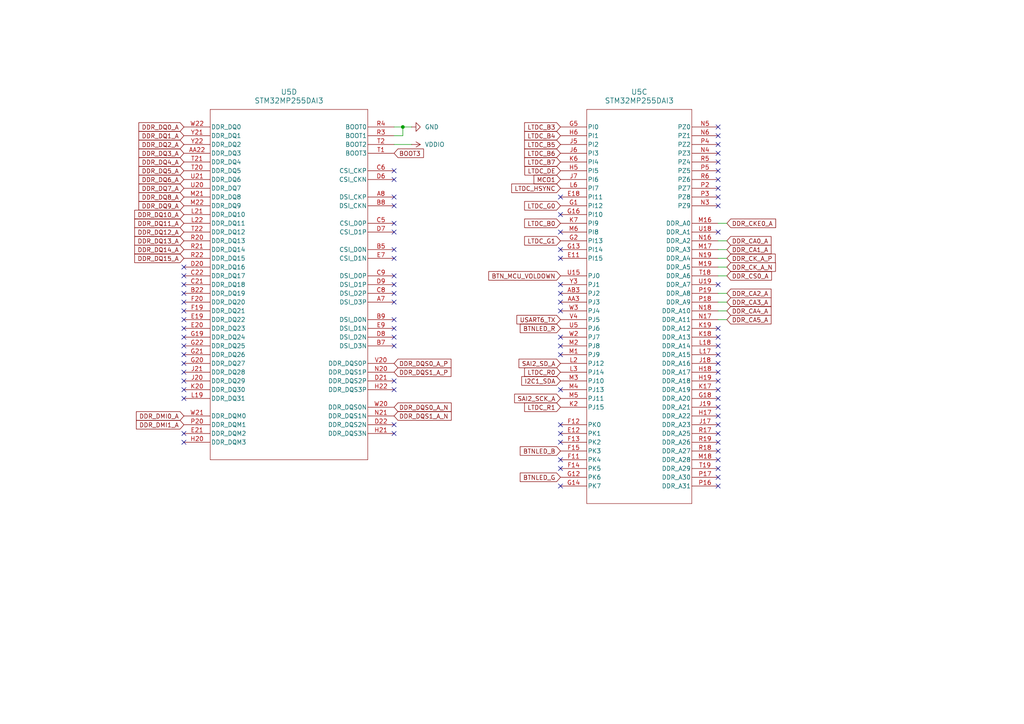
<source format=kicad_sch>
(kicad_sch (version 20250114) (generator "eeschema") (generator_version "9.0")
  (paper "A4")
  (lib_symbols
    (symbol "STM32MP255DAI:STM32MP255DAI3" (pin_names (offset 0.254))
      (property "Reference" "U" (at 20.32 10.16 0))
      (property "Value" "STM32MP255DAI3" (at 20.32 7.62 0))
      (symbol "STM32MP255DAI3_1_1"
        (polyline (pts (xy 7.62 5.08) (xy 7.62 -86.36)) (stroke (width 0.127)))
        (polyline (pts (xy 7.62 -86.36) (xy 33.02 -86.36)) (stroke (width 0.127)))
        (polyline (pts (xy 33.02 5.08) (xy 7.62 5.08)) (stroke (width 0.127)))
        (polyline (pts (xy 33.02 -86.36) (xy 33.02 5.08)) (stroke (width 0.127)))
        (pin bidirectional line (at 0 0 0) (length 7.62) (name "PA0") (number "Y2"))
        (pin bidirectional line (at 0 -2.54 0) (length 7.62) (name "PA1") (number "V15"))
        (pin bidirectional line (at 0 -5.08 0) (length 7.62) (name "PA2") (number "W13"))
        (pin bidirectional line (at 0 -7.62 0) (length 7.62) (name "PA3") (number "T14"))
        (pin bidirectional line (at 0 -10.16 0) (length 7.62) (name "PA4") (number "Y15"))
        (pin bidirectional line (at 0 -12.7 0) (length 7.62) (name "PA5") (number "Y13"))
        (pin bidirectional line (at 0 -15.24 0) (length 7.62) (name "PA6") (number "V14"))
        (pin bidirectional line (at 0 -17.78 0) (length 7.62) (name "PA7") (number "Y14"))
        (pin bidirectional line (at 0 -20.32 0) (length 7.62) (name "PA8") (number "W15"))
        (pin bidirectional line (at 0 -22.86 0) (length 7.62) (name "PA9") (number "T12"))
        (pin bidirectional line (at 0 -25.4 0) (length 7.62) (name "PA10") (number "U13"))
        (pin bidirectional line (at 0 -27.94 0) (length 7.62) (name "PA11") (number "W12"))
        (pin bidirectional line (at 0 -30.48 0) (length 7.62) (name "PA12") (number "U12"))
        (pin bidirectional line (at 0 -33.02 0) (length 7.62) (name "PA13") (number "Y12"))
        (pin bidirectional line (at 0 -35.56 0) (length 7.62) (name "PA14") (number "U10"))
        (pin bidirectional line (at 0 -38.1 0) (length 7.62) (name "PA15") (number "T10"))
        (pin bidirectional line (at 0 -43.18 0) (length 7.62) (name "PB0") (number "C11"))
        (pin bidirectional line (at 0 -45.72 0) (length 7.62) (name "PB1") (number "D11"))
        (pin bidirectional line (at 0 -48.26 0) (length 7.62) (name "PB2") (number "C10"))
        (pin bidirectional line (at 0 -50.8 0) (length 7.62) (name "PB3") (number "E10"))
        (pin bidirectional line (at 0 -53.34 0) (length 7.62) (name "PB4") (number "D10"))
        (pin bidirectional line (at 0 -55.88 0) (length 7.62) (name "PB5") (number "B11"))
        (pin bidirectional line (at 0 -58.42 0) (length 7.62) (name "PB6") (number "C12"))
        (pin bidirectional line (at 0 -60.96 0) (length 7.62) (name "PB7") (number "D12"))
        (pin bidirectional line (at 0 -63.5 0) (length 7.62) (name "PB8") (number "G11"))
        (pin bidirectional line (at 0 -66.04 0) (length 7.62) (name "PB9") (number "A12"))
        (pin bidirectional line (at 0 -68.58 0) (length 7.62) (name "PB10") (number "A11"))
        (pin bidirectional line (at 0 -71.12 0) (length 7.62) (name "PB11") (number "B12"))
        (pin bidirectional line (at 0 -73.66 0) (length 7.62) (name "PB12") (number "B20"))
        (pin bidirectional line (at 0 -76.2 0) (length 7.62) (name "PB13") (number "D19"))
        (pin bidirectional line (at 0 -78.74 0) (length 7.62) (name "PB14") (number "C20"))
        (pin bidirectional line (at 0 -81.28 0) (length 7.62) (name "PB15") (number "AB4"))
        (pin bidirectional line (at 40.64 0 180) (length 7.62) (name "PC0") (number "AA12"))
        (pin bidirectional line (at 40.64 -2.54 180) (length 7.62) (name "PC1") (number "V11"))
        (pin bidirectional line (at 40.64 -5.08 180) (length 7.62) (name "PC2") (number "Y11"))
        (pin bidirectional line (at 40.64 -7.62 180) (length 7.62) (name "PC3") (number "W9"))
        (pin bidirectional line (at 40.64 -10.16 180) (length 7.62) (name "PC4") (number "V9"))
        (pin bidirectional line (at 40.64 -12.7 180) (length 7.62) (name "PC5") (number "U9"))
        (pin bidirectional line (at 40.64 -15.24 180) (length 7.62) (name "PC6") (number "AA10"))
        (pin bidirectional line (at 40.64 -17.78 180) (length 7.62) (name "PC7") (number "Y8"))
        (pin bidirectional line (at 40.64 -20.32 180) (length 7.62) (name "PC8") (number "V8"))
        (pin bidirectional line (at 40.64 -22.86 180) (length 7.62) (name "PC9") (number "U8"))
        (pin bidirectional line (at 40.64 -25.4 180) (length 7.62) (name "PC10") (number "T8"))
        (pin bidirectional line (at 40.64 -27.94 180) (length 7.62) (name "PC11") (number "AB7"))
        (pin bidirectional line (at 40.64 -30.48 180) (length 7.62) (name "PC12") (number "Y7"))
        (pin bidirectional line (at 40.64 -33.02 180) (length 7.62) (name "PC13") (number "P6"))
        (pin bidirectional line (at 40.64 -38.1 180) (length 7.62) (name "PD0") (number "D14"))
        (pin bidirectional line (at 40.64 -40.64 180) (length 7.62) (name "PD1") (number "E15"))
        (pin bidirectional line (at 40.64 -43.18 180) (length 7.62) (name "PD2") (number "E14"))
        (pin bidirectional line (at 40.64 -45.72 180) (length 7.62) (name "PD3") (number "C15"))
        (pin bidirectional line (at 40.64 -48.26 180) (length 7.62) (name "PD4") (number "C14"))
        (pin bidirectional line (at 40.64 -50.8 180) (length 7.62) (name "PD5") (number "B15"))
        (pin bidirectional line (at 40.64 -53.34 180) (length 7.62) (name "PD6") (number "A15"))
        (pin bidirectional line (at 40.64 -55.88 180) (length 7.62) (name "PD7") (number "D15"))
        (pin bidirectional line (at 40.64 -58.42 180) (length 7.62) (name "PD8") (number "C13"))
        (pin bidirectional line (at 40.64 -60.96 180) (length 7.62) (name "PD9") (number "B13"))
        (pin bidirectional line (at 40.64 -63.5 180) (length 7.62) (name "PD10") (number "D13"))
        (pin bidirectional line (at 40.64 -66.04 180) (length 7.62) (name "PD11") (number "E13"))
        (pin bidirectional line (at 40.64 -68.58 180) (length 7.62) (name "PD12") (number "A21"))
        (pin bidirectional line (at 40.64 -71.12 180) (length 7.62) (name "PD13") (number "B21"))
        (pin bidirectional line (at 40.64 -73.66 180) (length 7.62) (name "PD14") (number "G15"))
        (pin bidirectional line (at 40.64 -76.2 180) (length 7.62) (name "PD15") (number "F16"))
      )
      (symbol "STM32MP255DAI3_2_1"
        (polyline (pts (xy 7.62 5.08) (xy 7.62 -86.36)) (stroke (width 0.127)))
        (polyline (pts (xy 7.62 -86.36) (xy 33.02 -86.36)) (stroke (width 0.127)))
        (polyline (pts (xy 33.02 5.08) (xy 7.62 5.08)) (stroke (width 0.127)))
        (polyline (pts (xy 33.02 -86.36) (xy 33.02 5.08)) (stroke (width 0.127)))
        (pin bidirectional line (at 0 0 0) (length 7.62) (name "PE0") (number "A16"))
        (pin bidirectional line (at 0 -2.54 0) (length 7.62) (name "PE1") (number "B16"))
        (pin bidirectional line (at 0 -5.08 0) (length 7.62) (name "PE2") (number "C16"))
        (pin bidirectional line (at 0 -7.62 0) (length 7.62) (name "PE3") (number "D16"))
        (pin bidirectional line (at 0 -10.16 0) (length 7.62) (name "PE4") (number "B17"))
        (pin bidirectional line (at 0 -12.7 0) (length 7.62) (name "PE5") (number "C17"))
        (pin bidirectional line (at 0 -15.24 0) (length 7.62) (name "PE6") (number "E16"))
        (pin bidirectional line (at 0 -17.78 0) (length 7.62) (name "PE7") (number "D17"))
        (pin bidirectional line (at 0 -20.32 0) (length 7.62) (name "PE8") (number "C18"))
        (pin bidirectional line (at 0 -22.86 0) (length 7.62) (name "PE9") (number "D18"))
        (pin bidirectional line (at 0 -25.4 0) (length 7.62) (name "PE10") (number "A19"))
        (pin bidirectional line (at 0 -27.94 0) (length 7.62) (name "PE11") (number "E17"))
        (pin bidirectional line (at 0 -30.48 0) (length 7.62) (name "PE12") (number "C19"))
        (pin bidirectional line (at 0 -33.02 0) (length 7.62) (name "PE13") (number "B19"))
        (pin bidirectional line (at 0 -35.56 0) (length 7.62) (name "PE14") (number "A20"))
        (pin bidirectional line (at 0 -38.1 0) (length 7.62) (name "PE15") (number "F17"))
        (pin bidirectional line (at 0 -43.18 0) (length 7.62) (name "PF0") (number "V12"))
        (pin bidirectional line (at 0 -45.72 0) (length 7.62) (name "PF1") (number "W11"))
        (pin bidirectional line (at 0 -48.26 0) (length 7.62) (name "PF2") (number "V10"))
        (pin bidirectional line (at 0 -50.8 0) (length 7.62) (name "PF3") (number "W10"))
        (pin bidirectional line (at 0 -53.34 0) (length 7.62) (name "PF4") (number "Y10"))
        (pin bidirectional line (at 0 -55.88 0) (length 7.62) (name "PF5") (number "Y9"))
        (pin bidirectional line (at 0 -58.42 0) (length 7.62) (name "PF6") (number "AB8"))
        (pin bidirectional line (at 0 -60.96 0) (length 7.62) (name "PF7") (number "T9"))
        (pin bidirectional line (at 0 -63.5 0) (length 7.62) (name "PF8") (number "AA8"))
        (pin bidirectional line (at 0 -66.04 0) (length 7.62) (name "PF9") (number "AA7"))
        (pin bidirectional line (at 0 -68.58 0) (length 7.62) (name "PF10") (number "AA6"))
        (pin bidirectional line (at 0 -71.12 0) (length 7.62) (name "PF11") (number "Y6"))
        (pin bidirectional line (at 0 -73.66 0) (length 7.62) (name "PF12") (number "K3"))
        (pin bidirectional line (at 0 -76.2 0) (length 7.62) (name "PF13") (number "L4"))
        (pin bidirectional line (at 0 -78.74 0) (length 7.62) (name "PF14") (number "H1"))
        (pin bidirectional line (at 0 -81.28 0) (length 7.62) (name "PF15") (number "L7"))
        (pin bidirectional line (at 40.64 0 180) (length 7.62) (name "PG0") (number "W7"))
        (pin bidirectional line (at 40.64 -2.54 180) (length 7.62) (name "PG1") (number "W6"))
        (pin bidirectional line (at 40.64 -5.08 180) (length 7.62) (name "PG2") (number "Y4"))
        (pin bidirectional line (at 40.64 -7.62 180) (length 7.62) (name "PG3") (number "W4"))
        (pin bidirectional line (at 40.64 -10.16 180) (length 7.62) (name "PG4") (number "AA4"))
        (pin bidirectional line (at 40.64 -12.7 180) (length 7.62) (name "PG5") (number "L1"))
        (pin bidirectional line (at 40.64 -15.24 180) (length 7.62) (name "PG6") (number "H2"))
        (pin bidirectional line (at 40.64 -17.78 180) (length 7.62) (name "PG7") (number "K4"))
        (pin bidirectional line (at 40.64 -20.32 180) (length 7.62) (name "PG8") (number "L5"))
        (pin bidirectional line (at 40.64 -22.86 180) (length 7.62) (name "PG9") (number "G3"))
        (pin bidirectional line (at 40.64 -25.4 180) (length 7.62) (name "PG10") (number "H3"))
        (pin bidirectional line (at 40.64 -27.94 180) (length 7.62) (name "PG11") (number "J4"))
        (pin bidirectional line (at 40.64 -30.48 180) (length 7.62) (name "PG12") (number "J3"))
        (pin bidirectional line (at 40.64 -33.02 180) (length 7.62) (name "PG13") (number "K5"))
        (pin bidirectional line (at 40.64 -35.56 180) (length 7.62) (name "PG14") (number "G4"))
        (pin bidirectional line (at 40.64 -38.1 180) (length 7.62) (name "PG15") (number "H4"))
        (pin bidirectional line (at 40.64 -43.18 180) (length 7.62) (name "PH2") (number "V13"))
        (pin bidirectional line (at 40.64 -45.72 180) (length 7.62) (name "PH3") (number "W14"))
        (pin bidirectional line (at 40.64 -48.26 180) (length 7.62) (name "PH4") (number "AB15"))
        (pin bidirectional line (at 40.64 -50.8 180) (length 7.62) (name "PH5") (number "AA15"))
        (pin bidirectional line (at 40.64 -53.34 180) (length 7.62) (name "PH6") (number "AA14"))
        (pin bidirectional line (at 40.64 -55.88 180) (length 7.62) (name "PH7") (number "T13"))
        (pin bidirectional line (at 40.64 -58.42 180) (length 7.62) (name "PH8") (number "U14"))
        (pin bidirectional line (at 40.64 -60.96 180) (length 7.62) (name "PH9") (number "AB12"))
        (pin bidirectional line (at 40.64 -63.5 180) (length 7.62) (name "PH10") (number "U11"))
        (pin bidirectional line (at 40.64 -66.04 180) (length 7.62) (name "PH11") (number "T11"))
        (pin bidirectional line (at 40.64 -68.58 180) (length 7.62) (name "PH12") (number "AA11"))
        (pin bidirectional line (at 40.64 -71.12 180) (length 7.62) (name "PH13") (number "AB11"))
      )
      (symbol "STM32MP255DAI3_3_1"
        (polyline (pts (xy 7.62 5.08) (xy 7.62 -109.22)) (stroke (width 0.127)))
        (polyline (pts (xy 7.62 -109.22) (xy 38.1 -109.22)) (stroke (width 0.127)))
        (polyline (pts (xy 38.1 5.08) (xy 7.62 5.08)) (stroke (width 0.127)))
        (polyline (pts (xy 38.1 -109.22) (xy 38.1 5.08)) (stroke (width 0.127)))
        (pin bidirectional line (at 0 0 0) (length 7.62) (name "PI0") (number "G5"))
        (pin bidirectional line (at 0 -2.54 0) (length 7.62) (name "PI1") (number "H6"))
        (pin bidirectional line (at 0 -5.08 0) (length 7.62) (name "PI2") (number "J5"))
        (pin bidirectional line (at 0 -7.62 0) (length 7.62) (name "PI3") (number "J6"))
        (pin bidirectional line (at 0 -10.16 0) (length 7.62) (name "PI4") (number "K6"))
        (pin bidirectional line (at 0 -12.7 0) (length 7.62) (name "PI5") (number "H5"))
        (pin bidirectional line (at 0 -15.24 0) (length 7.62) (name "PI6") (number "J7"))
        (pin bidirectional line (at 0 -17.78 0) (length 7.62) (name "PI7") (number "L6"))
        (pin bidirectional line (at 0 -20.32 0) (length 7.62) (name "PI11") (number "E18"))
        (pin bidirectional line (at 0 -22.86 0) (length 7.62) (name "PI12") (number "G1"))
        (pin bidirectional line (at 0 -25.4 0) (length 7.62) (name "PI10") (number "G16"))
        (pin bidirectional line (at 0 -27.94 0) (length 7.62) (name "PI9") (number "K7"))
        (pin bidirectional line (at 0 -30.48 0) (length 7.62) (name "PI8") (number "M6"))
        (pin bidirectional line (at 0 -33.02 0) (length 7.62) (name "PI13") (number "G2"))
        (pin bidirectional line (at 0 -35.56 0) (length 7.62) (name "PI14") (number "G13"))
        (pin bidirectional line (at 0 -38.1 0) (length 7.62) (name "PI15") (number "E11"))
        (pin bidirectional line (at 0 -43.18 0) (length 7.62) (name "PJ0") (number "U15"))
        (pin bidirectional line (at 0 -45.72 0) (length 7.62) (name "PJ1") (number "Y3"))
        (pin bidirectional line (at 0 -48.26 0) (length 7.62) (name "PJ2") (number "AB3"))
        (pin bidirectional line (at 0 -50.8 0) (length 7.62) (name "PJ3") (number "AA3"))
        (pin bidirectional line (at 0 -53.34 0) (length 7.62) (name "PJ4") (number "W3"))
        (pin bidirectional line (at 0 -55.88 0) (length 7.62) (name "PJ5") (number "V4"))
        (pin bidirectional line (at 0 -58.42 0) (length 7.62) (name "PJ6") (number "U5"))
        (pin bidirectional line (at 0 -60.96 0) (length 7.62) (name "PJ7") (number "W2"))
        (pin bidirectional line (at 0 -63.5 0) (length 7.62) (name "PJ8") (number "M2"))
        (pin bidirectional line (at 0 -66.04 0) (length 7.62) (name "PJ9") (number "M1"))
        (pin bidirectional line (at 0 -68.58 0) (length 7.62) (name "PJ12") (number "L2"))
        (pin bidirectional line (at 0 -71.12 0) (length 7.62) (name "PJ14") (number "L3"))
        (pin bidirectional line (at 0 -73.66 0) (length 7.62) (name "PJ10") (number "M3"))
        (pin bidirectional line (at 0 -76.2 0) (length 7.62) (name "PJ13") (number "M4"))
        (pin bidirectional line (at 0 -78.74 0) (length 7.62) (name "PJ11") (number "M5"))
        (pin bidirectional line (at 0 -81.28 0) (length 7.62) (name "PJ15") (number "K2"))
        (pin bidirectional line (at 0 -86.36 0) (length 7.62) (name "PK0") (number "F12"))
        (pin bidirectional line (at 0 -88.9 0) (length 7.62) (name "PK1") (number "E12"))
        (pin bidirectional line (at 0 -91.44 0) (length 7.62) (name "PK2") (number "F13"))
        (pin bidirectional line (at 0 -93.98 0) (length 7.62) (name "PK3") (number "F15"))
        (pin bidirectional line (at 0 -96.52 0) (length 7.62) (name "PK4") (number "F11"))
        (pin bidirectional line (at 0 -99.06 0) (length 7.62) (name "PK5") (number "F14"))
        (pin bidirectional line (at 0 -101.6 0) (length 7.62) (name "PK6") (number "G12"))
        (pin bidirectional line (at 0 -104.14 0) (length 7.62) (name "PK7") (number "G14"))
        (pin bidirectional line (at 45.72 0 180) (length 7.62) (name "PZ0") (number "N5"))
        (pin bidirectional line (at 45.72 -2.54 180) (length 7.62) (name "PZ1") (number "N6"))
        (pin bidirectional line (at 45.72 -5.08 180) (length 7.62) (name "PZ2") (number "P4"))
        (pin bidirectional line (at 45.72 -7.62 180) (length 7.62) (name "PZ3") (number "N4"))
        (pin bidirectional line (at 45.72 -10.16 180) (length 7.62) (name "PZ4") (number "R5"))
        (pin bidirectional line (at 45.72 -12.7 180) (length 7.62) (name "PZ5") (number "P5"))
        (pin bidirectional line (at 45.72 -15.24 180) (length 7.62) (name "PZ6") (number "R6"))
        (pin bidirectional line (at 45.72 -17.78 180) (length 7.62) (name "PZ7") (number "P2"))
        (pin bidirectional line (at 45.72 -20.32 180) (length 7.62) (name "PZ8") (number "P3"))
        (pin bidirectional line (at 45.72 -22.86 180) (length 7.62) (name "PZ9") (number "N3"))
        (pin output line (at 45.72 -27.94 180) (length 7.62) (name "DDR_A0") (number "M16"))
        (pin output line (at 45.72 -30.48 180) (length 7.62) (name "DDR_A1") (number "U18"))
        (pin output line (at 45.72 -33.02 180) (length 7.62) (name "DDR_A2") (number "N16"))
        (pin output line (at 45.72 -35.56 180) (length 7.62) (name "DDR_A3") (number "M17"))
        (pin output line (at 45.72 -38.1 180) (length 7.62) (name "DDR_A4") (number "N19"))
        (pin output line (at 45.72 -40.64 180) (length 7.62) (name "DDR_A5") (number "M19"))
        (pin output line (at 45.72 -43.18 180) (length 7.62) (name "DDR_A6") (number "T18"))
        (pin output line (at 45.72 -45.72 180) (length 7.62) (name "DDR_A7") (number "U19"))
        (pin output line (at 45.72 -48.26 180) (length 7.62) (name "DDR_A8") (number "P19"))
        (pin output line (at 45.72 -50.8 180) (length 7.62) (name "DDR_A9") (number "P18"))
        (pin output line (at 45.72 -53.34 180) (length 7.62) (name "DDR_A10") (number "N18"))
        (pin output line (at 45.72 -55.88 180) (length 7.62) (name "DDR_A11") (number "N17"))
        (pin output line (at 45.72 -58.42 180) (length 7.62) (name "DDR_A12") (number "K19"))
        (pin output line (at 45.72 -60.96 180) (length 7.62) (name "DDR_A13") (number "K18"))
        (pin output line (at 45.72 -63.5 180) (length 7.62) (name "DDR_A14") (number "L18"))
        (pin output line (at 45.72 -66.04 180) (length 7.62) (name "DDR_A15") (number "L17"))
        (pin output line (at 45.72 -68.58 180) (length 7.62) (name "DDR_A16") (number "J18"))
        (pin output line (at 45.72 -71.12 180) (length 7.62) (name "DDR_A17") (number "H18"))
        (pin output line (at 45.72 -73.66 180) (length 7.62) (name "DDR_A18") (number "H19"))
        (pin output line (at 45.72 -76.2 180) (length 7.62) (name "DDR_A19") (number "K17"))
        (pin output line (at 45.72 -78.74 180) (length 7.62) (name "DDR_A20") (number "G18"))
        (pin output line (at 45.72 -81.28 180) (length 7.62) (name "DDR_A21") (number "J19"))
        (pin output line (at 45.72 -83.82 180) (length 7.62) (name "DDR_A22") (number "H17"))
        (pin output line (at 45.72 -86.36 180) (length 7.62) (name "DDR_A23") (number "J17"))
        (pin output line (at 45.72 -88.9 180) (length 7.62) (name "DDR_A25") (number "R17"))
        (pin output line (at 45.72 -91.44 180) (length 7.62) (name "DDR_A26") (number "R19"))
        (pin output line (at 45.72 -93.98 180) (length 7.62) (name "DDR_A27") (number "R18"))
        (pin output line (at 45.72 -96.52 180) (length 7.62) (name "DDR_A28") (number "M18"))
        (pin output line (at 45.72 -99.06 180) (length 7.62) (name "DDR_A29") (number "T19"))
        (pin output line (at 45.72 -101.6 180) (length 7.62) (name "DDR_A30") (number "P17"))
        (pin output line (at 45.72 -104.14 180) (length 7.62) (name "DDR_A31") (number "P16"))
      )
      (symbol "STM32MP255DAI3_4_1"
        (polyline (pts (xy 7.62 5.08) (xy 7.62 -96.52)) (stroke (width 0.127)))
        (polyline (pts (xy 7.62 -96.52) (xy 53.34 -96.52)) (stroke (width 0.127)))
        (polyline (pts (xy 53.34 5.08) (xy 7.62 5.08)) (stroke (width 0.127)))
        (polyline (pts (xy 53.34 -96.52) (xy 53.34 5.08)) (stroke (width 0.127)))
        (pin bidirectional line (at 0 0 0) (length 7.62) (name "DDR_DQ0") (number "W22"))
        (pin bidirectional line (at 0 -2.54 0) (length 7.62) (name "DDR_DQ1") (number "Y21"))
        (pin bidirectional line (at 0 -5.08 0) (length 7.62) (name "DDR_DQ2") (number "Y22"))
        (pin bidirectional line (at 0 -7.62 0) (length 7.62) (name "DDR_DQ3") (number "AA22"))
        (pin bidirectional line (at 0 -10.16 0) (length 7.62) (name "DDR_DQ4") (number "T21"))
        (pin bidirectional line (at 0 -12.7 0) (length 7.62) (name "DDR_DQ5") (number "T20"))
        (pin bidirectional line (at 0 -15.24 0) (length 7.62) (name "DDR_DQ6") (number "U21"))
        (pin bidirectional line (at 0 -17.78 0) (length 7.62) (name "DDR_DQ7") (number "U20"))
        (pin bidirectional line (at 0 -20.32 0) (length 7.62) (name "DDR_DQ8") (number "M21"))
        (pin bidirectional line (at 0 -22.86 0) (length 7.62) (name "DDR_DQ9") (number "M22"))
        (pin bidirectional line (at 0 -25.4 0) (length 7.62) (name "DDR_DQ10") (number "L21"))
        (pin bidirectional line (at 0 -27.94 0) (length 7.62) (name "DDR_DQ11") (number "L22"))
        (pin bidirectional line (at 0 -30.48 0) (length 7.62) (name "DDR_DQ12") (number "T22"))
        (pin bidirectional line (at 0 -33.02 0) (length 7.62) (name "DDR_DQ13") (number "R20"))
        (pin bidirectional line (at 0 -35.56 0) (length 7.62) (name "DDR_DQ14") (number "R21"))
        (pin bidirectional line (at 0 -38.1 0) (length 7.62) (name "DDR_DQ15") (number "R22"))
        (pin bidirectional line (at 0 -40.64 0) (length 7.62) (name "DDR_DQ16") (number "D20"))
        (pin bidirectional line (at 0 -43.18 0) (length 7.62) (name "DDR_DQ17") (number "C22"))
        (pin bidirectional line (at 0 -45.72 0) (length 7.62) (name "DDR_DQ18") (number "C21"))
        (pin bidirectional line (at 0 -48.26 0) (length 7.62) (name "DDR_DQ19") (number "B22"))
        (pin bidirectional line (at 0 -50.8 0) (length 7.62) (name "DDR_DQ20") (number "F20"))
        (pin bidirectional line (at 0 -53.34 0) (length 7.62) (name "DDR_DQ21") (number "F19"))
        (pin bidirectional line (at 0 -55.88 0) (length 7.62) (name "DDR_DQ22") (number "E19"))
        (pin bidirectional line (at 0 -58.42 0) (length 7.62) (name "DDR_DQ23") (number "E20"))
        (pin bidirectional line (at 0 -60.96 0) (length 7.62) (name "DDR_DQ24") (number "G19"))
        (pin bidirectional line (at 0 -63.5 0) (length 7.62) (name "DDR_DQ25") (number "G22"))
        (pin bidirectional line (at 0 -66.04 0) (length 7.62) (name "DDR_DQ26") (number "G21"))
        (pin bidirectional line (at 0 -68.58 0) (length 7.62) (name "DDR_DQ27") (number "G20"))
        (pin bidirectional line (at 0 -71.12 0) (length 7.62) (name "DDR_DQ28") (number "J21"))
        (pin bidirectional line (at 0 -73.66 0) (length 7.62) (name "DDR_DQ29") (number "J20"))
        (pin bidirectional line (at 0 -76.2 0) (length 7.62) (name "DDR_DQ30") (number "K20"))
        (pin bidirectional line (at 0 -78.74 0) (length 7.62) (name "DDR_DQ31") (number "L19"))
        (pin output line (at 0 -83.82 0) (length 7.62) (name "DDR_DQM0") (number "W21"))
        (pin output line (at 0 -86.36 0) (length 7.62) (name "DDR_DQM1") (number "P20"))
        (pin output line (at 0 -88.9 0) (length 7.62) (name "DDR_DQM2") (number "E21"))
        (pin output line (at 0 -91.44 0) (length 7.62) (name "DDR_DQM3") (number "H20"))
        (pin input line (at 60.96 0 180) (length 7.62) (name "BOOT0") (number "R4"))
        (pin input line (at 60.96 -2.54 180) (length 7.62) (name "BOOT1") (number "R3"))
        (pin input line (at 60.96 -5.08 180) (length 7.62) (name "BOOT2") (number "T2"))
        (pin input line (at 60.96 -7.62 180) (length 7.62) (name "BOOT3") (number "T1"))
        (pin unspecified line (at 60.96 -12.7 180) (length 7.62) (name "CSI_CKP") (number "C6"))
        (pin unspecified line (at 60.96 -15.24 180) (length 7.62) (name "CSI_CKN") (number "D6"))
        (pin unspecified line (at 60.96 -20.32 180) (length 7.62) (name "DSI_CKP") (number "A8"))
        (pin unspecified line (at 60.96 -22.86 180) (length 7.62) (name "DSI_CKN") (number "B8"))
        (pin unspecified line (at 60.96 -27.94 180) (length 7.62) (name "CSI_D0P") (number "C5"))
        (pin unspecified line (at 60.96 -30.48 180) (length 7.62) (name "CSI_D1P") (number "D7"))
        (pin unspecified line (at 60.96 -35.56 180) (length 7.62) (name "CSI_D0N") (number "B5"))
        (pin unspecified line (at 60.96 -38.1 180) (length 7.62) (name "CSI_D1N") (number "E7"))
        (pin unspecified line (at 60.96 -43.18 180) (length 7.62) (name "DSI_D0P") (number "C9"))
        (pin unspecified line (at 60.96 -45.72 180) (length 7.62) (name "DSI_D1P") (number "D9"))
        (pin unspecified line (at 60.96 -48.26 180) (length 7.62) (name "DSI_D2P") (number "C8"))
        (pin unspecified line (at 60.96 -50.8 180) (length 7.62) (name "DSI_D3P") (number "A7"))
        (pin unspecified line (at 60.96 -55.88 180) (length 7.62) (name "DSI_D0N") (number "B9"))
        (pin unspecified line (at 60.96 -58.42 180) (length 7.62) (name "DSI_D1N") (number "E9"))
        (pin unspecified line (at 60.96 -60.96 180) (length 7.62) (name "DSI_D2N") (number "D8"))
        (pin unspecified line (at 60.96 -63.5 180) (length 7.62) (name "DSI_D3N") (number "B7"))
        (pin bidirectional line (at 60.96 -68.58 180) (length 7.62) (name "DDR_DQS0P") (number "V20"))
        (pin bidirectional line (at 60.96 -71.12 180) (length 7.62) (name "DDR_DQS1P") (number "N20"))
        (pin bidirectional line (at 60.96 -73.66 180) (length 7.62) (name "DDR_DQS2P") (number "D21"))
        (pin bidirectional line (at 60.96 -76.2 180) (length 7.62) (name "DDR_DQS3P") (number "H22"))
        (pin bidirectional line (at 60.96 -81.28 180) (length 7.62) (name "DDR_DQS0N") (number "W20"))
        (pin bidirectional line (at 60.96 -83.82 180) (length 7.62) (name "DDR_DQS1N") (number "N21"))
        (pin bidirectional line (at 60.96 -86.36 180) (length 7.62) (name "DDR_DQS2N") (number "D22"))
        (pin bidirectional line (at 60.96 -88.9 180) (length 7.62) (name "DDR_DQS3N") (number "H21"))
      )
      (symbol "STM32MP255DAI3_5_1"
        (polyline (pts (xy 7.62 5.08) (xy 7.62 -119.38)) (stroke (width 0.127)))
        (polyline (pts (xy 7.62 -119.38) (xy 73.66 -119.38)) (stroke (width 0.127)))
        (polyline (pts (xy 73.66 5.08) (xy 7.62 5.08)) (stroke (width 0.127)))
        (polyline (pts (xy 73.66 -119.38) (xy 73.66 5.08)) (stroke (width 0.127)))
        (pin input line (at 0 0 0) (length 7.62) (name "OSC_IN") (number "V3"))
        (pin output line (at 0 -2.54 0) (length 7.62) (name "OSC_OUT") (number "V2"))
        (pin input line (at 0 -7.62 0) (length 7.62) (name "OSC32_IN") (number "R1"))
        (pin output line (at 0 -10.16 0) (length 7.62) (name "OSC32_OUT") (number "R2"))
        (pin unspecified line (at 0 -15.24 0) (length 7.62) (name "UCPD1_CC1") (number "T15"))
        (pin unspecified line (at 0 -17.78 0) (length 7.62) (name "UCPD1_CC2") (number "T17"))
        (pin unspecified line (at 0 -22.86 0) (length 7.62) (name "LVDS1_D0P") (number "D4"))
        (pin unspecified line (at 0 -25.4 0) (length 7.62) (name "LVDS1_D1P") (number "D2"))
        (pin unspecified line (at 0 -27.94 0) (length 7.62) (name "LVDS1_D2P") (number "E3"))
        (pin unspecified line (at 0 -30.48 0) (length 7.62) (name "LVDS1_D3P") (number "F2"))
        (pin unspecified line (at 0 -33.02 0) (length 7.62) (name "LVDS1_D4P") (number "F4"))
        (pin unspecified line (at 0 -38.1 0) (length 7.62) (name "LVDS2_D0P") (number "A4"))
        (pin unspecified line (at 0 -40.64 0) (length 7.62) (name "LVDS2_D1P") (number "A2"))
        (pin unspecified line (at 0 -43.18 0) (length 7.62) (name "LVDS2_D2P") (number "C3"))
        (pin unspecified line (at 0 -45.72 0) (length 7.62) (name "LVDS2_D3P") (number "C1"))
        (pin unspecified line (at 0 -48.26 0) (length 7.62) (name "LVDS2_D4P") (number "B1"))
        (pin unspecified line (at 0 -53.34 0) (length 7.62) (name "LVDS1_D0N") (number "D3"))
        (pin unspecified line (at 0 -55.88 0) (length 7.62) (name "LVDS1_D1N") (number "D1"))
        (pin unspecified line (at 0 -58.42 0) (length 7.62) (name "LVDS1_D2N") (number "E4"))
        (pin unspecified line (at 0 -60.96 0) (length 7.62) (name "LVDS1_D3N") (number "F3"))
        (pin unspecified line (at 0 -63.5 0) (length 7.62) (name "LVDS1_D4N") (number "F5"))
        (pin unspecified line (at 0 -68.58 0) (length 7.62) (name "LVDS2_D0N") (number "B4"))
        (pin unspecified line (at 0 -71.12 0) (length 7.62) (name "LVDS2_D1N") (number "A3"))
        (pin unspecified line (at 0 -73.66 0) (length 7.62) (name "LVDS2_D2N") (number "B3"))
        (pin unspecified line (at 0 -76.2 0) (length 7.62) (name "LVDS2_D3N") (number "C2"))
        (pin unspecified line (at 0 -78.74 0) (length 7.62) (name "LVDS2_D4N") (number "B2"))
        (pin unspecified line (at 0 -83.82 0) (length 7.62) (name "COMBOPHY_REXT") (number "Y20"))
        (pin unspecified line (at 0 -88.9 0) (length 7.62) (name "COMBOPHY_RX1P") (number "AA20"))
        (pin unspecified line (at 0 -91.44 0) (length 7.62) (name "COMBOPHY_TX1P") (number "AA19"))
        (pin unspecified line (at 0 -96.52 0) (length 7.62) (name "COMBOPHY_RX1N") (number "AB20"))
        (pin unspecified line (at 0 -99.06 0) (length 7.62) (name "COMBOPHY_TX1N") (number "AB19"))
        (pin input line (at 0 -104.14 0) (length 7.62) (name "PCIE_CLKINP") (number "Y18"))
        (pin input line (at 0 -106.68 0) (length 7.62) (name "PCIE_CLKINN") (number "AA18"))
        (pin output line (at 0 -111.76 0) (length 7.62) (name "PCIE_CLKOUTN") (number "AB21"))
        (pin output line (at 0 -114.3 0) (length 7.62) (name "PCIE_CLKOUTP") (number "AA21"))
        (pin unspecified line (at 81.28 0 180) (length 7.62) (name "ANA0") (number "V5"))
        (pin bidirectional line (at 81.28 -5.08 180) (length 7.62) (name "NRST") (number "U3"))
        (pin input line (at 81.28 -10.16 180) (length 7.62) (name "JTDI") (number "AB2"))
        (pin unspecified line (at 81.28 -15.24 180) (length 7.62) (name "DDR_ZQ") (number "K16"))
        (pin output line (at 81.28 -20.32 180) (length 7.62) (name "PWR_ON") (number "T5"))
        (pin input line (at 81.28 -25.4 180) (length 7.62) (name "PDR_ON") (number "T7"))
        (pin output line (at 81.28 -30.48 180) (length 7.62) (name "PWR_LP") (number "U4"))
        (pin input line (at 81.28 -35.56 180) (length 7.62) (name "NJTRST") (number "AA2"))
        (pin unspecified line (at 81.28 -40.64 180) (length 7.62) (name "CSI_REXT") (number "E6"))
        (pin power_in line (at 81.28 -45.72 180) (length 7.62) (name "DDR_VREF") (number "L20"))
        (pin unspecified line (at 81.28 -50.8 180) (length 7.62) (name "DSI_REXT") (number "E8"))
        (pin output line (at 81.28 -55.88 180) (length 7.62) (name "NRSTC1MS") (number "T3"))
        (pin unspecified line (at 81.28 -60.96 180) (length 7.62) (name "USB3DR_DM") (number "Y17"))
        (pin unspecified line (at 81.28 -63.5 180) (length 7.62) (name "USB3DR_DP") (number "W17"))
        (pin unspecified line (at 81.28 -68.58 180) (length 7.62) (name "USBH_HS_DM") (number "AB16"))
        (pin bidirectional line (at 81.28 -73.66 180) (length 7.62) (name "JTMS_SWDIO") (number "Y1"))
        (pin input line (at 81.28 -78.74 180) (length 7.62) (name "JTCK_SWCLK") (number "AA1"))
        (pin output line (at 81.28 -83.82 180) (length 7.62) (name "DDR_RESETN") (number "F18"))
        (pin unspecified line (at 81.28 -88.9 180) (length 7.62) (name "USBH_HS_DP") (number "AA16"))
        (pin output line (at 81.28 -93.98 180) (length 7.62) (name "PWR_CPU_ON") (number "T6"))
        (pin output line (at 81.28 -99.06 180) (length 7.62) (name "JTDO-TRACESWO") (number "W1"))
        (pin unspecified line (at 81.28 -104.14 180) (length 7.62) (name "USB3DR_TXRTUNE") (number "V17"))
        (pin unspecified line (at 81.28 -109.22 180) (length 7.62) (name "USBH_HS_TXRTUNE") (number "V18"))
      )
      (symbol "STM32MP255DAI3_6_1"
        (polyline (pts (xy 7.62 5.08) (xy 7.62 -198.12)) (stroke (width 0.127)))
        (polyline (pts (xy 7.62 -198.12) (xy 58.42 -198.12)) (stroke (width 0.127)))
        (polyline (pts (xy 58.42 5.08) (xy 7.62 5.08)) (stroke (width 0.127)))
        (polyline (pts (xy 58.42 -198.12) (xy 58.42 5.08)) (stroke (width 0.127)))
        (pin power_in line (at 0 0 0) (length 7.62) (name "VSS") (number "A1"))
        (pin power_in line (at 0 -2.54 0) (length 7.62) (name "VSS") (number "A22"))
        (pin power_in line (at 0 -5.08 0) (length 7.62) (name "VSS") (number "G6"))
        (pin power_in line (at 0 -7.62 0) (length 7.62) (name "VSS") (number "H8"))
        (pin power_in line (at 0 -10.16 0) (length 7.62) (name "VSS") (number "AB1"))
        (pin power_in line (at 0 -12.7 0) (length 7.62) (name "VSS") (number "H10"))
        (pin power_in line (at 0 -15.24 0) (length 7.62) (name "VSS") (number "AB22"))
        (pin power_in line (at 0 -17.78 0) (length 7.62) (name "VSS") (number "H12"))
        (pin power_in line (at 0 -20.32 0) (length 7.62) (name "VSS") (number "E5"))
        (pin power_in line (at 0 -22.86 0) (length 7.62) (name "VSS") (number "H14"))
        (pin power_in line (at 0 -25.4 0) (length 7.62) (name "VSS") (number "H16"))
        (pin power_in line (at 0 -27.94 0) (length 7.62) (name "VSS") (number "J9"))
        (pin power_in line (at 0 -30.48 0) (length 7.62) (name "VSS") (number "J11"))
        (pin power_in line (at 0 -33.02 0) (length 7.62) (name "VSS") (number "J13"))
        (pin power_in line (at 0 -35.56 0) (length 7.62) (name "VSS") (number "J15"))
        (pin power_in line (at 0 -38.1 0) (length 7.62) (name "VSS") (number "K10"))
        (pin power_in line (at 0 -40.64 0) (length 7.62) (name "VSS") (number "K12"))
        (pin power_in line (at 0 -43.18 0) (length 7.62) (name "VSS") (number "K14"))
        (pin power_in line (at 0 -45.72 0) (length 7.62) (name "VSS") (number "L9"))
        (pin power_in line (at 0 -48.26 0) (length 7.62) (name "VSS") (number "L13"))
        (pin power_in line (at 0 -50.8 0) (length 7.62) (name "VSS") (number "M10"))
        (pin power_in line (at 0 -53.34 0) (length 7.62) (name "VSS") (number "L11"))
        (pin power_in line (at 0 -55.88 0) (length 7.62) (name "VSS") (number "L15"))
        (pin power_in line (at 0 -58.42 0) (length 7.62) (name "VSS") (number "M12"))
        (pin power_in line (at 0 -60.96 0) (length 7.62) (name "VSS") (number "M14"))
        (pin power_in line (at 0 -63.5 0) (length 7.62) (name "VSS") (number "M20"))
        (pin power_in line (at 0 -66.04 0) (length 7.62) (name "VSS") (number "N7"))
        (pin power_in line (at 0 -68.58 0) (length 7.62) (name "VSS") (number "N9"))
        (pin power_in line (at 0 -71.12 0) (length 7.62) (name "VSS") (number "N11"))
        (pin power_in line (at 0 -73.66 0) (length 7.62) (name "VSS") (number "N13"))
        (pin power_in line (at 0 -76.2 0) (length 7.62) (name "VSS") (number "N15"))
        (pin power_in line (at 0 -78.74 0) (length 7.62) (name "VSS") (number "P8"))
        (pin power_in line (at 0 -81.28 0) (length 7.62) (name "VSS") (number "P10"))
        (pin power_in line (at 0 -83.82 0) (length 7.62) (name "VSS") (number "P12"))
        (pin power_in line (at 0 -86.36 0) (length 7.62) (name "VSS") (number "P14"))
        (pin power_in line (at 0 -88.9 0) (length 7.62) (name "VSS") (number "R9"))
        (pin power_in line (at 0 -91.44 0) (length 7.62) (name "VSS") (number "R11"))
        (pin power_in line (at 0 -93.98 0) (length 7.62) (name "VSS") (number "R13"))
        (pin power_in line (at 0 -96.52 0) (length 7.62) (name "VSS") (number "R15"))
        (pin power_in line (at 0 -99.06 0) (length 7.62) (name "VSS") (number "T4"))
        (pin power_in line (at 0 -101.6 0) (length 7.62) (name "VSS") (number "U6"))
        (pin power_in line (at 0 -104.14 0) (length 7.62) (name "VSS") (number "W8"))
        (pin power_in line (at 0 -106.68 0) (length 7.62) (name "VSS") (number "W16"))
        (pin power_in line (at 0 -109.22 0) (length 7.62) (name "VSS") (number "W19"))
        (pin power_in line (at 0 -114.3 0) (length 7.62) (name "VSSA") (number "U7"))
        (pin power_in line (at 0 -119.38 0) (length 7.62) (name "VSSAON") (number "M7"))
        (pin unspecified line (at 0 -124.46 0) (length 7.62) (name "DNU") (number "U16"))
        (pin power_in line (at 0 -129.54 0) (length 7.62) (name "VDDQDDR") (number "R12"))
        (pin input line (at 0 -132.08 0) (length 7.62) (name "ANA1") (number "V6"))
        (pin passive line (at 0 -134.62 0) (length 7.62) (name "USBH_HS_TXRTUNE") (number "V16"))
        (pin power_in line (at 0 -139.7 0) (length 7.62) (name "VBAT") (number "P7"))
        (pin power_in line (at 0 -144.78 0) (length 7.62) (name "VREF+") (number "Y5"))
        (pin power_in line (at 0 -147.32 0) (length 7.62) (name "VREF-") (number "W5"))
        (pin passive line (at 0 -152.4 0) (length 7.62) (name "V08CAP") (number "M8"))
        (pin power_in line (at 66.04 0 180) (length 7.62) (name "VDD") (number "M9"))
        (pin power_in line (at 66.04 -2.54 180) (length 7.62) (name "VDD") (number "N8"))
        (pin power_in line (at 66.04 -5.08 180) (length 7.62) (name "VDD") (number "P9"))
        (pin power_in line (at 66.04 -7.62 180) (length 7.62) (name "VDD") (number "P11"))
        (pin power_in line (at 66.04 -10.16 180) (length 7.62) (name "VDD") (number "R8"))
        (pin power_in line (at 66.04 -12.7 180) (length 7.62) (name "VDD") (number "R10"))
        (pin power_in line (at 66.04 -17.78 180) (length 7.62) (name "VDDIO1") (number "G10"))
        (pin power_in line (at 66.04 -20.32 180) (length 7.62) (name "VDDIO2") (number "F10"))
        (pin power_in line (at 66.04 -22.86 180) (length 7.62) (name "VDDIO3") (number "F8"))
        (pin power_in line (at 66.04 -25.4 180) (length 7.62) (name "VDDIO3") (number "F9"))
        (pin power_in line (at 66.04 -27.94 180) (length 7.62) (name "VDDIO4") (number "G8"))
        (pin power_in line (at 66.04 -30.48 180) (length 7.62) (name "VDDIO4") (number "G9"))
        (pin power_in line (at 66.04 -35.56 180) (length 7.62) (name "VDDCSI") (number "D5"))
        (pin power_in line (at 66.04 -38.1 180) (length 7.62) (name "VDDDSI") (number "F7"))
        (pin power_in line (at 66.04 -43.18 180) (length 7.62) (name "VDDCPU") (number "H11"))
        (pin power_in line (at 66.04 -45.72 180) (length 7.62) (name "VDDCPU") (number "H13"))
        (pin power_in line (at 66.04 -48.26 180) (length 7.62) (name "VDDCPU") (number "H15"))
        (pin power_in line (at 66.04 -50.8 180) (length 7.62) (name "VDDCPU") (number "J12"))
        (pin power_in line (at 66.04 -53.34 180) (length 7.62) (name "VDDCPU") (number "J14"))
        (pin power_in line (at 66.04 -55.88 180) (length 7.62) (name "VDDCPU") (number "K13"))
        (pin power_in line (at 66.04 -58.42 180) (length 7.62) (name "VDDCPU") (number "L12"))
        (pin power_in line (at 66.04 -63.5 180) (length 7.62) (name "VDDGPU") (number "M11"))
        (pin power_in line (at 66.04 -66.04 180) (length 7.62) (name "VDDGPU") (number "M13"))
        (pin power_in line (at 66.04 -68.58 180) (length 7.62) (name "VDDGPU") (number "N10"))
        (pin power_in line (at 66.04 -71.12 180) (length 7.62) (name "VDDGPU") (number "N12"))
        (pin power_in line (at 66.04 -73.66 180) (length 7.62) (name "VDDGPU") (number "P13"))
        (pin power_in line (at 66.04 -78.74 180) (length 7.62) (name "VDDCORE") (number "H7"))
        (pin power_in line (at 66.04 -81.28 180) (length 7.62) (name "VDDCORE") (number "H9"))
        (pin power_in line (at 66.04 -83.82 180) (length 7.62) (name "VDDCORE") (number "J8"))
        (pin power_in line (at 66.04 -86.36 180) (length 7.62) (name "VDDCORE") (number "J10"))
        (pin power_in line (at 66.04 -88.9 180) (length 7.62) (name "VDDCORE") (number "K9"))
        (pin power_in line (at 66.04 -91.44 180) (length 7.62) (name "VDDCORE") (number "K11"))
        (pin power_in line (at 66.04 -93.98 180) (length 7.62) (name "VDDCORE") (number "L10"))
        (pin power_in line (at 66.04 -99.06 180) (length 7.62) (name "VDDLVDS") (number "G7"))
        (pin power_in line (at 66.04 -104.14 180) (length 7.62) (name "VDDQDDR") (number "K15"))
        (pin power_in line (at 66.04 -106.68 180) (length 7.62) (name "VDDQDDR") (number "L14"))
        (pin power_in line (at 66.04 -109.22 180) (length 7.62) (name "VDDQDDR") (number "L16"))
        (pin power_in line (at 66.04 -111.76 180) (length 7.62) (name "VDDQDDR") (number "M15"))
        (pin power_in line (at 66.04 -114.3 180) (length 7.62) (name "VDDQDDR") (number "N14"))
        (pin power_in line (at 66.04 -116.84 180) (length 7.62) (name "VDDQDDR") (number "P15"))
        (pin power_in line (at 66.04 -119.38 180) (length 7.62) (name "VDDQDDR") (number "R14"))
        (pin power_in line (at 66.04 -121.92 180) (length 7.62) (name "VDDQDDR") (number "R16"))
        (pin power_in line (at 66.04 -127 180) (length 7.62) (name "VDD33USB") (number "Y16"))
        (pin power_in line (at 66.04 -132.08 180) (length 7.62) (name "VDDA18USB") (number "U17"))
        (pin power_in line (at 66.04 -137.16 180) (length 7.62) (name "VDD33UCPD") (number "T16"))
        (pin power_in line (at 66.04 -142.24 180) (length 7.62) (name "VDDA18ADC") (number "V7"))
        (pin power_in line (at 66.04 -147.32 180) (length 7.62) (name "VDDA18AON") (number "R7"))
        (pin power_in line (at 66.04 -152.4 180) (length 7.62) (name "VDDA18CSI") (number "F6"))
        (pin power_in line (at 66.04 -157.48 180) (length 7.62) (name "VDDA18DDR") (number "J16"))
        (pin power_in line (at 66.04 -162.56 180) (length 7.62) (name "VDDA18DSI") (number "C7"))
        (pin power_in line (at 66.04 -167.64 180) (length 7.62) (name "VDDA18LVDS") (number "C4"))
        (pin power_in line (at 66.04 -172.72 180) (length 7.62) (name "VDDA18PLL1") (number "G17"))
        (pin power_in line (at 66.04 -175.26 180) (length 7.62) (name "VDDA18PLL2") (number "K8"))
        (pin power_in line (at 66.04 -177.8 180) (length 7.62) (name "VDDA18PLL3") (number "L8"))
        (pin power_in line (at 66.04 -182.88 180) (length 7.62) (name "VDDCOMBOPHY") (number "V19"))
        (pin power_in line (at 66.04 -187.96 180) (length 7.62) (name "VDDCOMBOPHYTX") (number "Y19"))
        (pin power_in line (at 66.04 -193.04 180) (length 7.62) (name "VDDA18COMBOPHY") (number "W18"))
      )
    )
    (symbol "power:GND" (power) (pin_numbers (hide yes)) (pin_names (offset 0) (hide yes))
      (property "Value" "GND" (at 0 -3.81 0))
      (symbol "GND_0_1"
        (polyline (pts (xy 0 0) (xy 0 -1.27) (xy 1.27 -1.27) (xy 0 -2.54) (xy -1.27 -1.27) (xy 0 -1.27)))
      )
      (symbol "GND_1_1"
        (pin power_in line (at 0 0 270) (length 0) (name "~") (number "1"))
      )
    )
    (symbol "power:VDD" (power) (pin_numbers (hide yes)) (pin_names (offset 0) (hide yes))
      (property "Value" "VDD" (at 0 3.556 0))
      (symbol "VDD_0_1"
        (polyline (pts (xy -0.762 1.27) (xy 0 2.54)))
        (polyline (pts (xy 0 2.54) (xy 0.762 1.27)))
        (polyline (pts (xy 0 0) (xy 0 2.54)))
      )
      (symbol "VDD_1_1"
        (pin power_in line (at 0 0 90) (length 0) (name "~") (number "1"))
      )
    )
  )
  (junction (at 116.84 36.83))
  (no_connect (at 162.56 135.89))
  (no_connect (at 53.34 80.01))
  (no_connect (at 162.56 67.31))
  (no_connect (at 114.3 52.07))
  (no_connect (at 208.28 140.97))
  (no_connect (at 53.34 102.87))
  (no_connect (at 162.56 72.39))
  (no_connect (at 208.28 82.55))
  (no_connect (at 114.3 85.09))
  (no_connect (at 53.34 115.57))
  (no_connect (at 53.34 113.03))
  (no_connect (at 114.3 82.55))
  (no_connect (at 208.28 49.53))
  (no_connect (at 208.28 102.87))
  (no_connect (at 114.3 74.93))
  (no_connect (at 53.34 85.09))
  (no_connect (at 114.3 64.77))
  (no_connect (at 208.28 67.31))
  (no_connect (at 114.3 59.69))
  (no_connect (at 162.56 57.15))
  (no_connect (at 53.34 125.73))
  (no_connect (at 114.3 92.71))
  (no_connect (at 53.34 110.49))
  (no_connect (at 162.56 97.79))
  (no_connect (at 53.34 107.95))
  (no_connect (at 208.28 128.27))
  (no_connect (at 53.34 82.55))
  (no_connect (at 208.28 107.95))
  (no_connect (at 114.3 125.73))
  (no_connect (at 114.3 57.15))
  (no_connect (at 53.34 100.33))
  (no_connect (at 208.28 130.81))
  (no_connect (at 53.34 97.79))
  (no_connect (at 208.28 41.91))
  (no_connect (at 162.56 125.73))
  (no_connect (at 114.3 95.25))
  (no_connect (at 162.56 128.27))
  (no_connect (at 208.28 135.89))
  (no_connect (at 208.28 59.69))
  (no_connect (at 114.3 72.39))
  (no_connect (at 208.28 105.41))
  (no_connect (at 208.28 110.49))
  (no_connect (at 53.34 90.17))
  (no_connect (at 114.3 87.63))
  (no_connect (at 208.28 120.65))
  (no_connect (at 162.56 90.17))
  (no_connect (at 162.56 102.87))
  (no_connect (at 162.56 74.93))
  (no_connect (at 114.3 123.19))
  (no_connect (at 114.3 113.03))
  (no_connect (at 208.28 36.83))
  (no_connect (at 208.28 125.73))
  (no_connect (at 114.3 49.53))
  (no_connect (at 208.28 46.99))
  (no_connect (at 53.34 95.25))
  (no_connect (at 208.28 52.07))
  (no_connect (at 114.3 110.49))
  (no_connect (at 162.56 85.09))
  (no_connect (at 208.28 95.25))
  (no_connect (at 208.28 44.45))
  (no_connect (at 208.28 113.03))
  (no_connect (at 114.3 100.33))
  (no_connect (at 53.34 87.63))
  (no_connect (at 208.28 118.11))
  (no_connect (at 114.3 80.01))
  (no_connect (at 114.3 67.31))
  (no_connect (at 208.28 100.33))
  (no_connect (at 208.28 57.15))
  (no_connect (at 114.3 97.79))
  (no_connect (at 208.28 138.43))
  (no_connect (at 162.56 133.35))
  (no_connect (at 162.56 140.97))
  (no_connect (at 208.28 39.37))
  (no_connect (at 53.34 92.71))
  (no_connect (at 208.28 133.35))
  (no_connect (at 162.56 113.03))
  (no_connect (at 162.56 100.33))
  (no_connect (at 208.28 97.79))
  (no_connect (at 162.56 87.63))
  (no_connect (at 162.56 123.19))
  (no_connect (at 162.56 82.55))
  (no_connect (at 208.28 54.61))
  (no_connect (at 208.28 115.57))
  (no_connect (at 162.56 62.23))
  (no_connect (at 208.28 123.19))
  (no_connect (at 53.34 128.27))
  (no_connect (at 53.34 105.41))
  (no_connect (at 53.34 77.47))
  (wire (pts (xy 210.82 69.85) (xy 208.28 69.85)))
  (wire (pts (xy 210.82 87.63) (xy 208.28 87.63)))
  (wire (pts (xy 210.82 77.47) (xy 208.28 77.47)))
  (wire (pts (xy 210.82 80.01) (xy 208.28 80.01)))
  (wire (pts (xy 210.82 64.77) (xy 208.28 64.77)))
  (wire (pts (xy 116.84 39.37) (xy 116.84 36.83)))
  (wire (pts (xy 210.82 74.93) (xy 208.28 74.93)))
  (wire (pts (xy 210.82 90.17) (xy 208.28 90.17)))
  (wire (pts (xy 116.84 36.83) (xy 119.38 36.83)))
  (wire (pts (xy 210.82 92.71) (xy 208.28 92.71)))
  (wire (pts (xy 210.82 85.09) (xy 208.28 85.09)))
  (wire (pts (xy 114.3 36.83) (xy 116.84 36.83)))
  (wire (pts (xy 114.3 39.37) (xy 116.84 39.37)))
  (wire (pts (xy 114.3 41.91) (xy 119.38 41.91)))
  (wire (pts (xy 210.82 72.39) (xy 208.28 72.39)))
  (global_label "DDR_DQ4_A" (shape input) (at 53.34 46.99 180) (property "Intersheetrefs" "${INTERSHEET_REFS}" (effects (hide yes))))
  (global_label "DDR_DQS0_A_P" (shape input) (at 114.3 105.41 0) (property "Intersheetrefs" "${INTERSHEET_REFS}" (effects (hide yes))))
  (global_label "DDR_DQ11_A" (shape input) (at 53.34 64.77 180) (property "Intersheetrefs" "${INTERSHEET_REFS}" (effects (hide yes))))
  (global_label "DDR_CA1_A" (shape input) (at 210.82 72.39 0) (property "Intersheetrefs" "${INTERSHEET_REFS}" (effects (hide yes))))
  (global_label "BTN_MCU_VOLDOWN" (shape input) (at 162.56 80.01 180) (property "Intersheetrefs" "${INTERSHEET_REFS}" (effects (hide yes))))
  (global_label "DDR_DQS1_A_N" (shape input) (at 114.3 120.65 0) (property "Intersheetrefs" "${INTERSHEET_REFS}" (effects (hide yes))))
  (global_label "BTNLED_R" (shape input) (at 162.56 95.25 180) (property "Intersheetrefs" "${INTERSHEET_REFS}" (effects (hide yes))))
  (global_label "DDR_CA3_A" (shape input) (at 210.82 87.63 0) (property "Intersheetrefs" "${INTERSHEET_REFS}" (effects (hide yes))))
  (global_label "DDR_DQ8_A" (shape input) (at 53.34 57.15 180) (property "Intersheetrefs" "${INTERSHEET_REFS}" (effects (hide yes))))
  (global_label "DDR_DQ0_A" (shape input) (at 53.34 36.83 180) (property "Intersheetrefs" "${INTERSHEET_REFS}" (effects (hide yes))))
  (global_label "LTDC_HSYNC" (shape input) (at 162.56 54.61 180) (property "Intersheetrefs" "${INTERSHEET_REFS}" (effects (hide yes))))
  (global_label "DDR_CA2_A" (shape input) (at 210.82 85.09 0) (property "Intersheetrefs" "${INTERSHEET_REFS}" (effects (hide yes))))
  (global_label "DDR_DQ13_A" (shape input) (at 53.34 69.85 180) (property "Intersheetrefs" "${INTERSHEET_REFS}" (effects (hide yes))))
  (global_label "DDR_CS0_A" (shape input) (at 210.82 80.01 0) (property "Intersheetrefs" "${INTERSHEET_REFS}" (effects (hide yes))))
  (global_label "DDR_DQ7_A" (shape input) (at 53.34 54.61 180) (property "Intersheetrefs" "${INTERSHEET_REFS}" (effects (hide yes))))
  (global_label "LTDC_DE" (shape input) (at 162.56 49.53 180) (property "Intersheetrefs" "${INTERSHEET_REFS}" (effects (hide yes))))
  (global_label "LTDC_B0" (shape input) (at 162.56 64.77 180) (property "Intersheetrefs" "${INTERSHEET_REFS}" (effects (hide yes))))
  (global_label "LTDC_G0" (shape input) (at 162.56 59.69 180) (property "Intersheetrefs" "${INTERSHEET_REFS}" (effects (hide yes))))
  (global_label "DDR_DQ1_A" (shape input) (at 53.34 39.37 180) (property "Intersheetrefs" "${INTERSHEET_REFS}" (effects (hide yes))))
  (global_label "LTDC_R1" (shape input) (at 162.56 118.11 180) (property "Intersheetrefs" "${INTERSHEET_REFS}" (effects (hide yes))))
  (global_label "DDR_DMI0_A" (shape input) (at 53.34 120.65 180) (property "Intersheetrefs" "${INTERSHEET_REFS}" (effects (hide yes))))
  (global_label "LTDC_B6" (shape input) (at 162.56 44.45 180) (property "Intersheetrefs" "${INTERSHEET_REFS}" (effects (hide yes))))
  (global_label "DDR_DQ12_A" (shape input) (at 53.34 67.31 180) (property "Intersheetrefs" "${INTERSHEET_REFS}" (effects (hide yes))))
  (global_label "DDR_CA4_A" (shape input) (at 210.82 90.17 0) (property "Intersheetrefs" "${INTERSHEET_REFS}" (effects (hide yes))))
  (global_label "DDR_DQ14_A" (shape input) (at 53.34 72.39 180) (property "Intersheetrefs" "${INTERSHEET_REFS}" (effects (hide yes))))
  (global_label "DDR_DQ2_A" (shape input) (at 53.34 41.91 180) (property "Intersheetrefs" "${INTERSHEET_REFS}" (effects (hide yes))))
  (global_label "DDR_DQ10_A" (shape input) (at 53.34 62.23 180) (property "Intersheetrefs" "${INTERSHEET_REFS}" (effects (hide yes))))
  (global_label "DDR_DQS1_A_P" (shape input) (at 114.3 107.95 0) (property "Intersheetrefs" "${INTERSHEET_REFS}" (effects (hide yes))))
  (global_label "DDR_DMI1_A" (shape input) (at 53.34 123.19 180) (property "Intersheetrefs" "${INTERSHEET_REFS}" (effects (hide yes))))
  (global_label "DDR_DQ5_A" (shape input) (at 53.34 49.53 180) (property "Intersheetrefs" "${INTERSHEET_REFS}" (effects (hide yes))))
  (global_label "DDR_DQS0_A_N" (shape input) (at 114.3 118.11 0) (property "Intersheetrefs" "${INTERSHEET_REFS}" (effects (hide yes))))
  (global_label "DDR_CK_A_P" (shape input) (at 210.82 74.93 0) (property "Intersheetrefs" "${INTERSHEET_REFS}" (effects (hide yes))))
  (global_label "LTDC_R0" (shape input) (at 162.56 107.95 180) (property "Intersheetrefs" "${INTERSHEET_REFS}" (effects (hide yes))))
  (global_label "LTDC_B3" (shape input) (at 162.56 36.83 180) (property "Intersheetrefs" "${INTERSHEET_REFS}" (effects (hide yes))))
  (global_label "DDR_DQ9_A" (shape input) (at 53.34 59.69 180) (property "Intersheetrefs" "${INTERSHEET_REFS}" (effects (hide yes))))
  (global_label "MCO1" (shape input) (at 162.56 52.07 180) (property "Intersheetrefs" "${INTERSHEET_REFS}" (effects (hide yes))))
  (global_label "LTDC_B4" (shape input) (at 162.56 39.37 180) (property "Intersheetrefs" "${INTERSHEET_REFS}" (effects (hide yes))))
  (global_label "SAI2_SCK_A" (shape input) (at 162.56 115.57 180) (property "Intersheetrefs" "${INTERSHEET_REFS}" (effects (hide yes))))
  (global_label "DDR_DQ3_A" (shape input) (at 53.34 44.45 180) (property "Intersheetrefs" "${INTERSHEET_REFS}" (effects (hide yes))))
  (global_label "DDR_DQ15_A" (shape input) (at 53.34 74.93 180) (property "Intersheetrefs" "${INTERSHEET_REFS}" (effects (hide yes))))
  (global_label "DDR_CKE0_A" (shape input) (at 210.82 64.77 0) (property "Intersheetrefs" "${INTERSHEET_REFS}" (effects (hide yes))))
  (global_label "LTDC_G1" (shape input) (at 162.56 69.85 180) (property "Intersheetrefs" "${INTERSHEET_REFS}" (effects (hide yes))))
  (global_label "DDR_CK_A_N" (shape input) (at 210.82 77.47 0) (property "Intersheetrefs" "${INTERSHEET_REFS}" (effects (hide yes))))
  (global_label "DDR_CA5_A" (shape input) (at 210.82 92.71 0) (property "Intersheetrefs" "${INTERSHEET_REFS}" (effects (hide yes))))
  (global_label "BTNLED_G" (shape input) (at 162.56 138.43 180) (property "Intersheetrefs" "${INTERSHEET_REFS}" (effects (hide yes))))
  (global_label "BOOT3" (shape input) (at 114.3 44.45 0) (property "Intersheetrefs" "${INTERSHEET_REFS}" (effects (hide yes))))
  (global_label "DDR_CA0_A" (shape input) (at 210.82 69.85 0) (property "Intersheetrefs" "${INTERSHEET_REFS}" (effects (hide yes))))
  (global_label "I2C1_SDA" (shape input) (at 162.56 110.49 180) (property "Intersheetrefs" "${INTERSHEET_REFS}" (effects (hide yes))))
  (global_label "LTDC_B7" (shape input) (at 162.56 46.99 180) (property "Intersheetrefs" "${INTERSHEET_REFS}" (effects (hide yes))))
  (global_label "BTNLED_B" (shape input) (at 162.56 130.81 180) (property "Intersheetrefs" "${INTERSHEET_REFS}" (effects (hide yes))))
  (global_label "SAI2_SD_A" (shape input) (at 162.56 105.41 180) (property "Intersheetrefs" "${INTERSHEET_REFS}" (effects (hide yes))))
  (global_label "USART6_TX" (shape input) (at 162.56 92.71 180) (property "Intersheetrefs" "${INTERSHEET_REFS}" (effects (hide yes))))
  (global_label "LTDC_B5" (shape input) (at 162.56 41.91 180) (property "Intersheetrefs" "${INTERSHEET_REFS}" (effects (hide yes))))
  (global_label "DDR_DQ6_A" (shape input) (at 53.34 52.07 180) (property "Intersheetrefs" "${INTERSHEET_REFS}" (effects (hide yes))))
  (symbol (lib_id "power:VDD") (at 119.38 41.91 270) (unit 1)
    (property "Reference" "#PWR0106" (effects (hide yes)))
    (property "Value" "VDDIO" (at 123.19 41.9099 90) (effects (justify left)))
    (property "Description" "Power symbol creates a global label with name \"VDD\"" (effects (hide yes)))
  )
  (symbol (lib_id "power:GND") (at 119.38 36.83 90) (unit 1)
    (property "Reference" "#PWR0102" (effects (hide yes)))
    (property "Value" "GND" (at 123.19 36.8299 90) (effects (justify right)))
    (property "Description" "Power symbol creates a global label with name \"GND\" , ground" (effects (hide yes)))
  )
  (symbol (lib_id "STM32MP255DAI:STM32MP255DAI3") (at 53.34 36.83 0) (unit 4)
    (property "Reference" "U5" (at 83.82 26.67 0) (effects (font (size 1.524 1.524))))
    (property "Value" "STM32MP255DAI3" (at 83.82 29.21 0) (effects (font (size 1.524 1.524))))
    (property "Footprint" "footprints:TFBGA436_STM" (effects (hide yes)))
    (property "Datasheet" "https://www.st.com/resource/en/datasheet/stm32mp251a.pdf" (effects (hide yes)))
  )
  (symbol (lib_id "STM32MP255DAI:STM32MP255DAI3") (at 162.56 36.83 0) (unit 3)
    (property "Reference" "U5" (at 185.42 26.67 0) (effects (font (size 1.524 1.524))))
    (property "Value" "STM32MP255DAI3" (at 185.42 29.21 0) (effects (font (size 1.524 1.524))))
    (property "Footprint" "footprints:TFBGA436_STM" (effects (hide yes)))
    (property "Datasheet" "https://www.st.com/resource/en/datasheet/stm32mp251a.pdf" (effects (hide yes)))
  )
)
</source>
